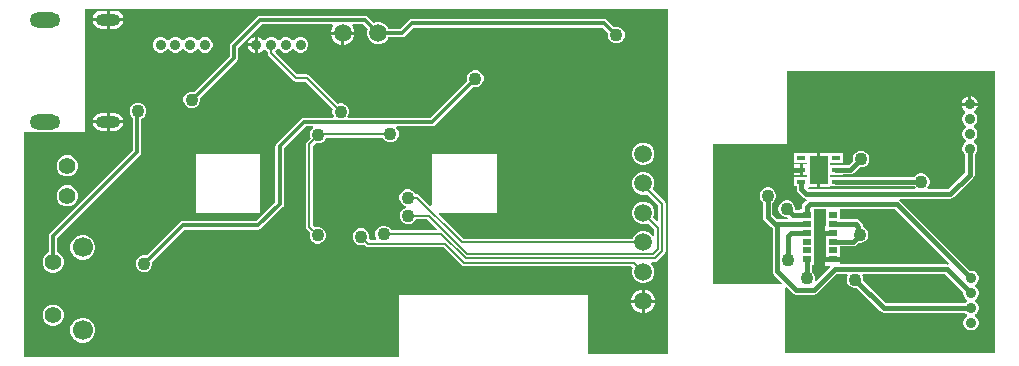
<source format=gbl>
G04*
G04 #@! TF.GenerationSoftware,Altium Limited,Altium Designer,23.8.1 (32)*
G04*
G04 Layer_Physical_Order=2*
G04 Layer_Color=16711680*
%FSLAX44Y44*%
%MOMM*%
G71*
G04*
G04 #@! TF.SameCoordinates,7BD4B443-AC8F-467E-A65E-793A9AF9F4B1*
G04*
G04*
G04 #@! TF.FilePolarity,Positive*
G04*
G01*
G75*
%ADD15C,0.4000*%
%ADD16C,0.3810*%
%ADD17C,0.2000*%
%ADD35C,0.3000*%
%ADD49C,0.9000*%
%ADD50C,1.1000*%
%ADD51C,1.5000*%
%ADD52C,1.4000*%
%ADD53C,1.7000*%
%ADD54O,2.6000X1.3000*%
%ADD55O,2.1000X1.0000*%
%ADD56C,0.7000*%
%ADD57R,0.8000X0.6000*%
%ADD58R,0.8000X0.4000*%
%ADD59R,1.5000X2.4000*%
G36*
X769392Y625858D02*
X591500D01*
Y681460D01*
X592673Y681946D01*
X598090Y676530D01*
X599381Y675667D01*
X600905Y675363D01*
X616095D01*
X617619Y675667D01*
X618910Y676530D01*
X635554Y693173D01*
X644293D01*
X645026Y691903D01*
X644477Y690952D01*
X644000Y689172D01*
Y687328D01*
X644477Y685548D01*
X645399Y683952D01*
X646702Y682648D01*
X648298Y681727D01*
X650078Y681250D01*
X651922D01*
X652167Y681316D01*
X672116Y661366D01*
X672116Y661366D01*
X673439Y660482D01*
X675000Y660172D01*
X675000Y660172D01*
X743886D01*
X745009Y659049D01*
X745555Y658733D01*
Y657267D01*
X745009Y656951D01*
X743799Y655741D01*
X742943Y654259D01*
X742500Y652606D01*
Y650894D01*
X742943Y649241D01*
X743799Y647759D01*
X745009Y646549D01*
X746491Y645693D01*
X748144Y645250D01*
X749856D01*
X751509Y645693D01*
X752991Y646549D01*
X754201Y647759D01*
X755057Y649241D01*
X755500Y650894D01*
Y652606D01*
X755057Y654259D01*
X754201Y655741D01*
X752991Y656951D01*
X752445Y657267D01*
Y658733D01*
X752991Y659049D01*
X754201Y660259D01*
X755057Y661741D01*
X755500Y663394D01*
Y665106D01*
X755057Y666759D01*
X754201Y668241D01*
X752991Y669451D01*
X752445Y669767D01*
Y671233D01*
X752991Y671549D01*
X754201Y672759D01*
X755057Y674241D01*
X755500Y675894D01*
Y677606D01*
X755057Y679259D01*
X754201Y680741D01*
X752991Y681951D01*
X752445Y682267D01*
Y683733D01*
X752991Y684049D01*
X754201Y685259D01*
X755057Y686741D01*
X755500Y688394D01*
Y690106D01*
X755057Y691759D01*
X754201Y693241D01*
X752991Y694451D01*
X751509Y695307D01*
X749856Y695750D01*
X748268D01*
X688884Y755134D01*
X688248Y755558D01*
X688634Y756828D01*
X731657D01*
X731657Y756828D01*
X733218Y757139D01*
X734541Y758023D01*
X750884Y774366D01*
X750884Y774366D01*
X751768Y775689D01*
X752078Y777250D01*
Y794136D01*
X753201Y795259D01*
X754057Y796741D01*
X754500Y798394D01*
Y800106D01*
X754057Y801759D01*
X753201Y803241D01*
X751991Y804451D01*
X751445Y804767D01*
Y806233D01*
X751991Y806549D01*
X753201Y807759D01*
X754057Y809241D01*
X754500Y810894D01*
Y812606D01*
X754057Y814259D01*
X753201Y815741D01*
X751991Y816951D01*
X751445Y817267D01*
Y818733D01*
X751991Y819049D01*
X753201Y820259D01*
X754057Y821741D01*
X754500Y823394D01*
Y825106D01*
X754057Y826759D01*
X753201Y828241D01*
X751991Y829451D01*
X751945Y829478D01*
Y830945D01*
X752298Y831149D01*
X753601Y832452D01*
X754523Y834048D01*
X754912Y835500D01*
X748000D01*
X741088D01*
X741477Y834048D01*
X742399Y832452D01*
X743702Y831149D01*
X744055Y830945D01*
Y829478D01*
X744009Y829451D01*
X742799Y828241D01*
X741943Y826759D01*
X741500Y825106D01*
Y823394D01*
X741943Y821741D01*
X742799Y820259D01*
X744009Y819049D01*
X744555Y818733D01*
Y817267D01*
X744009Y816951D01*
X742799Y815741D01*
X741943Y814259D01*
X741500Y812606D01*
Y810894D01*
X741943Y809241D01*
X742799Y807759D01*
X744009Y806549D01*
X744555Y806233D01*
Y804767D01*
X744009Y804451D01*
X742799Y803241D01*
X741943Y801759D01*
X741500Y800106D01*
Y798394D01*
X741943Y796741D01*
X742799Y795259D01*
X743922Y794136D01*
Y778939D01*
X729967Y764985D01*
X712431D01*
X711905Y766255D01*
X712601Y766952D01*
X713523Y768548D01*
X714000Y770328D01*
Y772171D01*
X713523Y773952D01*
X712601Y775548D01*
X711298Y776851D01*
X709702Y777773D01*
X707922Y778250D01*
X706078D01*
X704298Y777773D01*
X702702Y776851D01*
X701399Y775548D01*
X701272Y775328D01*
X634500D01*
X634106Y775250D01*
X630000D01*
Y777250D01*
X640500D01*
Y777268D01*
X647000D01*
X648524Y777571D01*
X649815Y778435D01*
X654725Y783345D01*
X655078Y783250D01*
X656921D01*
X658702Y783727D01*
X660298Y784649D01*
X661601Y785952D01*
X662523Y787548D01*
X663000Y789328D01*
Y791171D01*
X662523Y792952D01*
X661601Y794548D01*
X660298Y795851D01*
X658702Y796773D01*
X656921Y797250D01*
X655078D01*
X653298Y796773D01*
X651702Y795851D01*
X650399Y794548D01*
X649477Y792952D01*
X649000Y791171D01*
Y789328D01*
X649095Y788975D01*
X645351Y785231D01*
X640500D01*
Y785250D01*
X630000D01*
Y787250D01*
X640500D01*
Y795250D01*
X630000D01*
Y795750D01*
X621250D01*
Y781250D01*
Y766750D01*
X630000D01*
Y767250D01*
X634106D01*
X634500Y767172D01*
X701272D01*
X701399Y766952D01*
X702095Y766255D01*
X701569Y764985D01*
X611702D01*
X611334Y765480D01*
X611973Y766750D01*
X618750D01*
Y781250D01*
Y795750D01*
X610000D01*
Y795250D01*
X599500D01*
Y787250D01*
X610000D01*
Y785750D01*
X606750D01*
Y781250D01*
Y776750D01*
X610000D01*
Y775250D01*
X605894D01*
X605500Y775328D01*
X605106Y775250D01*
X599500D01*
Y767250D01*
X601422D01*
Y764750D01*
X601422Y764750D01*
X601732Y763189D01*
X602616Y761866D01*
X606459Y758023D01*
X607782Y757139D01*
X609343Y756828D01*
X609343Y756828D01*
X609710D01*
X610095Y755558D01*
X609459Y755134D01*
X609459Y755134D01*
X607116Y752791D01*
X606232Y751468D01*
X605922Y749907D01*
X605922Y749907D01*
Y748000D01*
X604000D01*
Y747078D01*
X601216D01*
X600000Y747328D01*
Y749172D01*
X599523Y750952D01*
X598601Y752548D01*
X597298Y753851D01*
X595702Y754773D01*
X593922Y755250D01*
X592078D01*
X590298Y754773D01*
X588702Y753851D01*
X587399Y752548D01*
X586477Y750952D01*
X586000Y749172D01*
Y747328D01*
X586477Y745548D01*
X587399Y743952D01*
X588702Y742649D01*
X590298Y741727D01*
X592078Y741250D01*
X593570D01*
X594028Y740751D01*
X593807Y739979D01*
X593372Y739482D01*
X584399D01*
X580981Y742899D01*
Y753466D01*
X581298Y753649D01*
X582601Y754952D01*
X583523Y756548D01*
X584000Y758328D01*
Y760172D01*
X583523Y761952D01*
X582601Y763548D01*
X581298Y764851D01*
X579702Y765773D01*
X577922Y766250D01*
X576078D01*
X574298Y765773D01*
X572702Y764851D01*
X571399Y763548D01*
X570477Y761952D01*
X570000Y760172D01*
Y758328D01*
X570477Y756548D01*
X571399Y754952D01*
X572702Y753649D01*
X573018Y753466D01*
Y741250D01*
X573322Y739726D01*
X574185Y738435D01*
X579935Y732685D01*
X581018Y731960D01*
Y695250D01*
X581322Y693726D01*
X582185Y692435D01*
X589196Y685423D01*
X588710Y684250D01*
X530608D01*
Y803250D01*
X593500D01*
Y864642D01*
X769392D01*
Y625858D01*
D02*
G37*
G36*
X730375Y702107D02*
X729895Y700976D01*
X729787Y700899D01*
X728595Y701136D01*
X638500D01*
Y704250D01*
X625500D01*
Y700000D01*
X629323D01*
X629849Y698730D01*
X617900Y686781D01*
X616762Y687438D01*
X617000Y688328D01*
Y690172D01*
X616523Y691952D01*
X615601Y693548D01*
X614298Y694851D01*
X614078Y694978D01*
Y700500D01*
X616000D01*
Y708000D01*
Y715500D01*
Y723000D01*
Y730500D01*
Y738000D01*
Y748000D01*
X617199Y748172D01*
X624801D01*
X626000Y748000D01*
Y738000D01*
Y733500D01*
X625500D01*
Y729250D01*
X632000D01*
Y726750D01*
X625500D01*
Y722500D01*
X626000D01*
Y711000D01*
X625500D01*
Y706750D01*
X638500D01*
Y711000D01*
X638000D01*
Y716422D01*
X649157D01*
X649157Y716422D01*
X650717Y716732D01*
X652041Y717616D01*
X653760Y719335D01*
X654078Y719250D01*
X655921D01*
X657702Y719727D01*
X659298Y720648D01*
X660601Y721952D01*
X661523Y723548D01*
X662000Y725328D01*
Y727171D01*
X661523Y728952D01*
X660601Y730548D01*
X659298Y731851D01*
X657739Y732751D01*
Y733139D01*
X657739Y733140D01*
X657429Y734700D01*
X656544Y736023D01*
X656544Y736023D01*
X654184Y738384D01*
X652861Y739268D01*
X651300Y739578D01*
X651300Y739578D01*
X638000D01*
Y748000D01*
X639199Y748172D01*
X684311D01*
X730375Y702107D01*
D02*
G37*
G36*
X742503Y677616D02*
X742500Y677606D01*
Y675894D01*
X742943Y674241D01*
X743799Y672759D01*
X745009Y671549D01*
X745555Y671233D01*
Y669767D01*
X745009Y669451D01*
X743886Y668328D01*
X676689D01*
X657934Y687083D01*
X658000Y687328D01*
Y689172D01*
X657523Y690952D01*
X656973Y691903D01*
X657707Y693173D01*
X726946D01*
X742503Y677616D01*
D02*
G37*
G36*
X492500Y625000D02*
X425000D01*
Y675000D01*
X265000D01*
Y622500D01*
X-52500D01*
X-52500Y813000D01*
X-1000D01*
Y917500D01*
X492500D01*
Y625000D01*
D02*
G37*
%LPC*%
G36*
X749250Y843662D02*
Y838000D01*
X754912D01*
X754523Y839452D01*
X753601Y841048D01*
X752298Y842351D01*
X750702Y843273D01*
X749250Y843662D01*
D02*
G37*
G36*
X746750D02*
X745298Y843273D01*
X743702Y842351D01*
X742399Y841048D01*
X741477Y839452D01*
X741088Y838000D01*
X746750D01*
Y843662D01*
D02*
G37*
G36*
X604250Y785750D02*
X599000D01*
Y782500D01*
X604250D01*
Y785750D01*
D02*
G37*
G36*
Y780000D02*
X599000D01*
Y776750D01*
X604250D01*
Y780000D01*
D02*
G37*
G36*
X24100Y915847D02*
X19850D01*
Y909450D01*
X31498D01*
X31165Y911126D01*
X29507Y913607D01*
X27026Y915265D01*
X24100Y915847D01*
D02*
G37*
G36*
X17350D02*
X13100D01*
X10174Y915265D01*
X7693Y913607D01*
X6035Y911126D01*
X5702Y909450D01*
X17350D01*
Y915847D01*
D02*
G37*
G36*
X31498Y906950D02*
X19850D01*
Y900553D01*
X24100D01*
X27026Y901135D01*
X29507Y902793D01*
X31165Y905274D01*
X31498Y906950D01*
D02*
G37*
G36*
X17350D02*
X5702D01*
X6035Y905274D01*
X7693Y902793D01*
X10174Y901135D01*
X13100Y900553D01*
X17350D01*
Y906950D01*
D02*
G37*
G36*
X101793Y893500D02*
X99207D01*
X96818Y892510D01*
X95092Y890784D01*
X94250Y890730D01*
X93408Y890784D01*
X91682Y892510D01*
X89293Y893500D01*
X86707D01*
X84318Y892510D01*
X82592Y890784D01*
X81750Y890730D01*
X80908Y890784D01*
X79182Y892510D01*
X76793Y893500D01*
X74207D01*
X71818Y892510D01*
X70092Y890784D01*
X69250Y890730D01*
X68408Y890784D01*
X66682Y892510D01*
X64293Y893500D01*
X61707D01*
X59318Y892510D01*
X57490Y890682D01*
X56500Y888293D01*
Y885707D01*
X57490Y883318D01*
X59318Y881490D01*
X61707Y880500D01*
X64293D01*
X66682Y881490D01*
X68408Y883216D01*
X69250Y883270D01*
X70092Y883216D01*
X71818Y881490D01*
X74207Y880500D01*
X76793D01*
X79182Y881490D01*
X80908Y883216D01*
X81750Y883270D01*
X82592Y883216D01*
X84318Y881490D01*
X86707Y880500D01*
X89293D01*
X91682Y881490D01*
X93408Y883216D01*
X94250Y883270D01*
X95092Y883216D01*
X96818Y881490D01*
X99207Y880500D01*
X101793D01*
X104182Y881490D01*
X106010Y883318D01*
X107000Y885707D01*
Y888293D01*
X106010Y890682D01*
X104182Y892510D01*
X101793Y893500D01*
D02*
G37*
G36*
X236000Y911569D02*
X147000D01*
X145634Y911297D01*
X144477Y910523D01*
X122477Y888523D01*
X121703Y887366D01*
X121431Y886000D01*
Y877728D01*
X91039Y847336D01*
X90642Y847500D01*
X87858D01*
X85285Y846434D01*
X83316Y844465D01*
X82250Y841892D01*
Y839108D01*
X83316Y836535D01*
X85285Y834566D01*
X87858Y833500D01*
X90642D01*
X93215Y834566D01*
X95184Y836535D01*
X96250Y839108D01*
Y841892D01*
X96086Y842289D01*
X127523Y873727D01*
X128297Y874884D01*
X128569Y876250D01*
Y884522D01*
X148478Y904431D01*
X208330D01*
X208904Y903046D01*
X208522Y902664D01*
X207000Y898989D01*
Y898250D01*
X217000D01*
X227000D01*
Y898989D01*
X225478Y902664D01*
X225096Y903046D01*
X225671Y904431D01*
X234522D01*
X238251Y900702D01*
X237500Y898890D01*
Y895110D01*
X238946Y891619D01*
X241619Y888946D01*
X245110Y887500D01*
X248890D01*
X252381Y888946D01*
X255054Y891619D01*
X255805Y893431D01*
X267250D01*
X268616Y893703D01*
X269773Y894477D01*
X276978Y901682D01*
X437272D01*
X441914Y897039D01*
X441750Y896642D01*
Y893858D01*
X442816Y891285D01*
X444785Y889316D01*
X447358Y888250D01*
X450142D01*
X452715Y889316D01*
X454684Y891285D01*
X455750Y893858D01*
Y896642D01*
X454684Y899215D01*
X452715Y901184D01*
X450142Y902250D01*
X447358D01*
X446961Y902086D01*
X441273Y907773D01*
X440116Y908547D01*
X438750Y908819D01*
X275500D01*
X274134Y908547D01*
X272977Y907773D01*
X265772Y900569D01*
X255805D01*
X255054Y902381D01*
X252381Y905054D01*
X248890Y906500D01*
X245110D01*
X243298Y905749D01*
X238523Y910523D01*
X237366Y911297D01*
X236000Y911569D01*
D02*
G37*
G36*
X142750Y894000D02*
X142608D01*
X140035Y892934D01*
X138066Y890965D01*
X137000Y888392D01*
Y888250D01*
X142750D01*
Y894000D01*
D02*
G37*
G36*
X227000Y895750D02*
X218250D01*
Y887000D01*
X218989D01*
X222665Y888522D01*
X225478Y891336D01*
X227000Y895011D01*
Y895750D01*
D02*
G37*
G36*
X215750D02*
X207000D01*
Y895011D01*
X208522Y891336D01*
X211335Y888522D01*
X215011Y887000D01*
X215750D01*
Y895750D01*
D02*
G37*
G36*
X145392Y894000D02*
X145250D01*
Y887000D01*
Y880000D01*
X145392D01*
X147965Y881066D01*
X149624Y882724D01*
X150245Y882994D01*
X151474Y882833D01*
X152818Y881490D01*
X153441Y881232D01*
Y879750D01*
X153441Y879750D01*
X153674Y878579D01*
X154337Y877587D01*
X175087Y856837D01*
X175087Y856837D01*
X176079Y856174D01*
X177250Y855941D01*
X177250Y855941D01*
X185483D01*
X208625Y832799D01*
X208250Y831892D01*
Y829108D01*
X209316Y826535D01*
X209396Y826454D01*
X208822Y825069D01*
X184250D01*
X182884Y824797D01*
X181727Y824023D01*
X161227Y803523D01*
X160453Y802366D01*
X160181Y801000D01*
Y753728D01*
X144272Y737819D01*
X81500D01*
X80134Y737547D01*
X78977Y736773D01*
X50789Y708586D01*
X50392Y708750D01*
X47608D01*
X45035Y707684D01*
X43066Y705715D01*
X42000Y703142D01*
Y700358D01*
X43066Y697785D01*
X45035Y695816D01*
X47608Y694750D01*
X50392D01*
X52965Y695816D01*
X54934Y697785D01*
X56000Y700358D01*
Y703142D01*
X55836Y703539D01*
X82978Y730681D01*
X145750D01*
X147116Y730953D01*
X148273Y731727D01*
X166273Y749727D01*
X167047Y750884D01*
X167319Y752250D01*
Y799522D01*
X185728Y817931D01*
X191822D01*
X191998Y817625D01*
X192282Y816431D01*
X190566Y814715D01*
X189500Y812142D01*
Y809358D01*
X189875Y808451D01*
X186587Y805163D01*
X185924Y804171D01*
X185691Y803000D01*
X185691Y803000D01*
Y733000D01*
X185691Y733000D01*
X185924Y731830D01*
X186587Y730837D01*
X189375Y728049D01*
X189000Y727142D01*
Y724358D01*
X190066Y721785D01*
X192035Y719816D01*
X194608Y718750D01*
X197392D01*
X199965Y719816D01*
X201934Y721785D01*
X203000Y724358D01*
Y727142D01*
X201934Y729715D01*
X199965Y731684D01*
X197392Y732750D01*
X194608D01*
X193701Y732375D01*
X191809Y734267D01*
Y801733D01*
X194201Y804126D01*
X195108Y803750D01*
X197892D01*
X200465Y804816D01*
X202434Y806785D01*
X202965Y808066D01*
X251346D01*
X251566Y807535D01*
X253535Y805566D01*
X256108Y804500D01*
X258892D01*
X261465Y805566D01*
X263434Y807535D01*
X264500Y810108D01*
Y812892D01*
X263434Y815465D01*
X262468Y816431D01*
X263089Y817931D01*
X292745D01*
X294110Y818203D01*
X295268Y818977D01*
X327884Y851593D01*
X328108Y851500D01*
X330892D01*
X333465Y852566D01*
X335434Y854535D01*
X336500Y857108D01*
Y859892D01*
X335434Y862465D01*
X333465Y864434D01*
X330892Y865500D01*
X328108D01*
X325535Y864434D01*
X323566Y862465D01*
X322500Y859892D01*
Y857108D01*
X322736Y856538D01*
X291266Y825069D01*
X221678D01*
X221104Y826454D01*
X221184Y826535D01*
X222250Y829108D01*
Y831892D01*
X221184Y834465D01*
X219215Y836434D01*
X216642Y837500D01*
X213858D01*
X212951Y837125D01*
X188913Y861163D01*
X187920Y861826D01*
X186750Y862059D01*
X186750Y862059D01*
X178517D01*
X160555Y880021D01*
X160182Y881490D01*
X161908Y883216D01*
X162750Y883270D01*
X163592Y883216D01*
X165318Y881490D01*
X167707Y880500D01*
X170293D01*
X172682Y881490D01*
X174408Y883216D01*
X175250Y883270D01*
X176092Y883216D01*
X177818Y881490D01*
X180207Y880500D01*
X182793D01*
X185182Y881490D01*
X187010Y883318D01*
X188000Y885707D01*
Y888293D01*
X187010Y890682D01*
X185182Y892510D01*
X182793Y893500D01*
X180207D01*
X177818Y892510D01*
X176092Y890784D01*
X175250Y890730D01*
X174408Y890784D01*
X172682Y892510D01*
X170293Y893500D01*
X167707D01*
X165318Y892510D01*
X163592Y890784D01*
X162750Y890730D01*
X161908Y890784D01*
X160182Y892510D01*
X157793Y893500D01*
X155207D01*
X152818Y892510D01*
X151474Y891167D01*
X150245Y891006D01*
X149624Y891276D01*
X147965Y892934D01*
X145392Y894000D01*
D02*
G37*
G36*
X142750Y885750D02*
X137000D01*
Y885608D01*
X138066Y883035D01*
X140035Y881066D01*
X142608Y880000D01*
X142750D01*
Y885750D01*
D02*
G37*
G36*
X24100Y829447D02*
X19850D01*
Y823050D01*
X31498D01*
X31165Y824726D01*
X29507Y827207D01*
X27026Y828865D01*
X24100Y829447D01*
D02*
G37*
G36*
X17350D02*
X13100D01*
X10174Y828865D01*
X7693Y827207D01*
X6035Y824726D01*
X5702Y823050D01*
X17350D01*
Y829447D01*
D02*
G37*
G36*
X31498Y820550D02*
X19850D01*
Y814153D01*
X24100D01*
X27026Y814735D01*
X29507Y816393D01*
X31165Y818874D01*
X31498Y820550D01*
D02*
G37*
G36*
X17350D02*
X5702D01*
X6035Y818874D01*
X7693Y816393D01*
X10174Y814735D01*
X13100Y814153D01*
X17350D01*
Y820550D01*
D02*
G37*
G36*
X473390Y804250D02*
X469610D01*
X466119Y802804D01*
X463446Y800131D01*
X462000Y796640D01*
Y792860D01*
X463446Y789369D01*
X466119Y786696D01*
X469610Y785250D01*
X473390D01*
X476881Y786696D01*
X479554Y789369D01*
X481000Y792860D01*
Y796640D01*
X479554Y800131D01*
X476881Y802804D01*
X473390Y804250D01*
D02*
G37*
G36*
X-14210Y793750D02*
X-17790D01*
X-21098Y792380D01*
X-23630Y789848D01*
X-25000Y786540D01*
Y782960D01*
X-23630Y779652D01*
X-21098Y777120D01*
X-17790Y775750D01*
X-14210D01*
X-10902Y777120D01*
X-8370Y779652D01*
X-7000Y782960D01*
Y786540D01*
X-8370Y789848D01*
X-10902Y792380D01*
X-14210Y793750D01*
D02*
G37*
G36*
X347500Y795000D02*
X292500D01*
Y751286D01*
X291114Y750712D01*
X281913Y759913D01*
X280921Y760576D01*
X279750Y760809D01*
X279750Y760809D01*
X278310D01*
X277934Y761715D01*
X275965Y763684D01*
X273392Y764750D01*
X270608D01*
X268035Y763684D01*
X266066Y761715D01*
X265000Y759142D01*
Y756358D01*
X266066Y753785D01*
X268035Y751816D01*
X270532Y750781D01*
X270633Y750494D01*
X270754Y749250D01*
X268785Y748434D01*
X266816Y746465D01*
X265750Y743892D01*
Y741108D01*
X266816Y738535D01*
X268785Y736566D01*
X271358Y735500D01*
X274142D01*
X276715Y736566D01*
X278684Y738535D01*
X279060Y739441D01*
X288733D01*
X296730Y731445D01*
X296156Y730059D01*
X258060D01*
X257684Y730965D01*
X255715Y732934D01*
X253142Y734000D01*
X250358D01*
X247785Y732934D01*
X245816Y730965D01*
X244750Y728392D01*
Y725608D01*
X245692Y723334D01*
X245057Y721834D01*
X240438D01*
X239423Y723173D01*
X239500Y723358D01*
Y726142D01*
X238434Y728715D01*
X236465Y730684D01*
X233892Y731750D01*
X231108D01*
X228535Y730684D01*
X226566Y728715D01*
X225500Y726142D01*
Y723358D01*
X226566Y720785D01*
X228535Y718816D01*
X231108Y717750D01*
X233892D01*
X234849Y718146D01*
X236383Y716612D01*
X237375Y715949D01*
X238546Y715716D01*
X238546Y715716D01*
X302508D01*
X317887Y700337D01*
X318880Y699674D01*
X320050Y699441D01*
X320050Y699441D01*
X461537D01*
X462551Y697969D01*
X462000Y696640D01*
Y692860D01*
X463446Y689369D01*
X466119Y686696D01*
X469610Y685250D01*
X473390D01*
X476881Y686696D01*
X479554Y689369D01*
X481000Y692860D01*
Y696640D01*
X479554Y700131D01*
X477994Y701691D01*
X478615Y703191D01*
X481200D01*
X481200Y703191D01*
X482370Y703424D01*
X483363Y704087D01*
X489663Y710387D01*
X489663Y710387D01*
X490326Y711380D01*
X490559Y712550D01*
X490559Y712550D01*
Y752500D01*
X490326Y753671D01*
X489663Y754663D01*
X489663Y754663D01*
X479672Y764654D01*
X481000Y767860D01*
Y771640D01*
X479554Y775131D01*
X476881Y777804D01*
X473390Y779250D01*
X469610D01*
X466119Y777804D01*
X463446Y775131D01*
X462000Y771640D01*
Y767860D01*
X463446Y764369D01*
X466119Y761696D01*
X469610Y760250D01*
X473390D01*
X474828Y760846D01*
X484441Y751233D01*
Y738094D01*
X483055Y737520D01*
X480038Y740538D01*
X481000Y742860D01*
Y746640D01*
X479554Y750131D01*
X476881Y752804D01*
X473390Y754250D01*
X469610D01*
X466119Y752804D01*
X463446Y750131D01*
X462000Y746640D01*
Y742860D01*
X463446Y739369D01*
X466119Y736696D01*
X469610Y735250D01*
X473390D01*
X475712Y736212D01*
X480941Y730983D01*
Y725407D01*
X480892Y725397D01*
X479441Y725244D01*
X476881Y727804D01*
X473390Y729250D01*
X469610D01*
X466119Y727804D01*
X463446Y725131D01*
X462484Y722809D01*
X319017D01*
X298212Y743614D01*
X298786Y745000D01*
X347500D01*
Y795000D01*
D02*
G37*
G36*
X-14210Y768250D02*
X-17790D01*
X-21098Y766880D01*
X-23630Y764348D01*
X-25000Y761040D01*
Y757460D01*
X-23630Y754152D01*
X-21098Y751620D01*
X-17790Y750250D01*
X-14210D01*
X-10902Y751620D01*
X-8370Y754152D01*
X-7000Y757460D01*
Y761040D01*
X-8370Y764348D01*
X-10902Y766880D01*
X-14210Y768250D01*
D02*
G37*
G36*
X147500Y795000D02*
X92500D01*
Y745000D01*
X147500D01*
Y795000D01*
D02*
G37*
G36*
X-1618Y726000D02*
X-4382D01*
X-7053Y725284D01*
X-9447Y723902D01*
X-11402Y721947D01*
X-12784Y719553D01*
X-13500Y716882D01*
Y714118D01*
X-12784Y711447D01*
X-11402Y709053D01*
X-9447Y707098D01*
X-7053Y705716D01*
X-4382Y705000D01*
X-1618D01*
X1053Y705716D01*
X3447Y707098D01*
X5402Y709053D01*
X6784Y711447D01*
X7500Y714118D01*
Y716882D01*
X6784Y719553D01*
X5402Y721947D01*
X3447Y723902D01*
X1053Y725284D01*
X-1618Y726000D01*
D02*
G37*
G36*
X45142Y838000D02*
X42358D01*
X39785Y836934D01*
X37816Y834965D01*
X36750Y832392D01*
Y829608D01*
X37816Y827035D01*
X39431Y825419D01*
Y797728D01*
X-30523Y727773D01*
X-31297Y726616D01*
X-31569Y725250D01*
Y711263D01*
X-33098Y710630D01*
X-35630Y708098D01*
X-37000Y704790D01*
Y701210D01*
X-35630Y697902D01*
X-33098Y695370D01*
X-29790Y694000D01*
X-26210D01*
X-22902Y695370D01*
X-20370Y697902D01*
X-19000Y701210D01*
Y704790D01*
X-20370Y708098D01*
X-22902Y710630D01*
X-24431Y711263D01*
Y723772D01*
X45523Y793727D01*
X46297Y794884D01*
X46569Y796250D01*
Y824591D01*
X47715Y825066D01*
X49684Y827035D01*
X50750Y829608D01*
Y832392D01*
X49684Y834965D01*
X47715Y836934D01*
X45142Y838000D01*
D02*
G37*
G36*
X473489Y679750D02*
X472750D01*
Y671000D01*
X481500D01*
Y671739D01*
X479978Y675415D01*
X477164Y678228D01*
X473489Y679750D01*
D02*
G37*
G36*
X470250D02*
X469511D01*
X465835Y678228D01*
X463022Y675415D01*
X461500Y671739D01*
Y671000D01*
X470250D01*
Y679750D01*
D02*
G37*
G36*
X481500Y668500D02*
X472750D01*
Y659750D01*
X473489D01*
X477164Y661272D01*
X479978Y664085D01*
X481500Y667761D01*
Y668500D01*
D02*
G37*
G36*
X470250D02*
X461500D01*
Y667761D01*
X463022Y664085D01*
X465835Y661272D01*
X469511Y659750D01*
X470250D01*
Y668500D01*
D02*
G37*
G36*
X-26210Y667000D02*
X-29790D01*
X-33098Y665630D01*
X-35630Y663098D01*
X-37000Y659790D01*
Y656210D01*
X-35630Y652902D01*
X-33098Y650370D01*
X-29790Y649000D01*
X-26210D01*
X-22902Y650370D01*
X-20370Y652902D01*
X-19000Y656210D01*
Y659790D01*
X-20370Y663098D01*
X-22902Y665630D01*
X-26210Y667000D01*
D02*
G37*
G36*
X-1618Y656000D02*
X-4382D01*
X-7053Y655284D01*
X-9447Y653902D01*
X-11402Y651947D01*
X-12784Y649553D01*
X-13500Y646882D01*
Y644118D01*
X-12784Y641447D01*
X-11402Y639053D01*
X-9447Y637098D01*
X-7053Y635716D01*
X-4382Y635000D01*
X-1618D01*
X1053Y635716D01*
X3447Y637098D01*
X5402Y639053D01*
X6784Y641447D01*
X7500Y644118D01*
Y646882D01*
X6784Y649553D01*
X5402Y651947D01*
X3447Y653902D01*
X1053Y655284D01*
X-1618Y656000D01*
D02*
G37*
%LPD*%
D15*
X645250Y705500D02*
X646000Y706250D01*
X625343Y705500D02*
X645250D01*
X594000Y705250D02*
Y725250D01*
X610000Y689250D02*
Y705500D01*
X623465Y725657D02*
X625808Y728000D01*
X623465Y707379D02*
Y725657D01*
X625808Y728000D02*
X632000D01*
X623465Y707379D02*
X625343Y705500D01*
X632000Y728000D02*
X632313Y728313D01*
X654907Y726250D02*
X655000D01*
X632000Y720500D02*
X649157D01*
X654907Y726250D01*
X653661Y727589D02*
Y733140D01*
X632000Y735500D02*
X651300D01*
X653661Y733140D01*
Y727589D02*
X655000Y726250D01*
X588000Y788250D02*
X595000Y781250D01*
X605500D01*
X634500Y771250D02*
X707000D01*
X609343Y760907D02*
X731657D01*
X610000Y749907D02*
X612343Y752250D01*
X610000Y743000D02*
Y749907D01*
X686000Y752250D02*
X749000Y689250D01*
X612343Y752250D02*
X686000D01*
X651000Y688250D02*
X675000Y664250D01*
X749000D01*
X731657Y760907D02*
X748000Y777250D01*
Y799250D01*
X605500Y764750D02*
X609343Y760907D01*
X605500Y764750D02*
Y771250D01*
X598250Y743000D02*
X610000D01*
X596750Y728000D02*
X610000D01*
X594000Y725250D02*
X596750Y728000D01*
X593000Y748250D02*
X598250Y743000D01*
D16*
X585000Y695250D02*
X600905Y679345D01*
X616095D01*
X585000Y695250D02*
Y735500D01*
X610000D01*
X582750D02*
X585000D01*
X616095Y679345D02*
X633905Y697155D01*
X728595D01*
X749000Y676750D01*
X647000Y781250D02*
X656000Y790250D01*
X634500Y781250D02*
X647000D01*
X577000Y741250D02*
Y759250D01*
Y741250D02*
X582750Y735500D01*
D17*
X279750Y757750D02*
X317750Y719750D01*
X471500D01*
X322750Y709750D02*
X479750D01*
X481200Y706250D02*
X487500Y712550D01*
X479750Y709750D02*
X484000Y714000D01*
X290000Y742500D02*
X322750Y709750D01*
X321250Y706250D02*
X477092D01*
X481200D01*
X300500Y727000D02*
X321250Y706250D01*
X471500Y768500D02*
X487500Y752500D01*
X471500Y744750D02*
X484000Y732250D01*
X487500Y712550D02*
Y752500D01*
X484000Y714000D02*
Y732250D01*
X320050Y702500D02*
X463750D01*
X303775Y718775D02*
X320050Y702500D01*
X463750D02*
X471500Y694750D01*
X238546Y718775D02*
X303775D01*
X232571Y724750D02*
X238546Y718775D01*
X232500Y724750D02*
X232571D01*
X471500Y768500D02*
Y769750D01*
X251750Y727000D02*
X300500D01*
X272750Y742500D02*
X290000D01*
X272000Y757750D02*
X279750D01*
X196500Y810750D02*
X196875Y811125D01*
X257125D02*
X257500Y811500D01*
X196875Y811125D02*
X257125D01*
X188750Y803000D02*
X196500Y810750D01*
X188750Y733000D02*
Y803000D01*
Y733000D02*
X196000Y725750D01*
X186750Y859000D02*
X215250Y830500D01*
X177250Y859000D02*
X186750D01*
X156500Y879750D02*
X177250Y859000D01*
X156500Y879750D02*
Y887000D01*
D35*
X329500Y858255D02*
Y858500D01*
X292745Y821500D02*
X329500Y858255D01*
X163750Y801000D02*
X184250Y821500D01*
X292745D01*
X163750Y752250D02*
Y801000D01*
X145750Y734250D02*
X163750Y752250D01*
X81500Y734250D02*
X145750D01*
X49000Y701750D02*
X81500Y734250D01*
X438750Y905250D02*
X448750Y895250D01*
X267250Y897000D02*
X275500Y905250D01*
X438750D01*
X247000Y897000D02*
X267250D01*
X-28000Y725250D02*
X43000Y796250D01*
X-28000Y703000D02*
Y725250D01*
X43000Y796250D02*
Y830250D01*
X43750Y831000D01*
X125000Y876250D02*
Y886000D01*
X89250Y840500D02*
X125000Y876250D01*
Y886000D02*
X147000Y908000D01*
X236000D02*
X247000Y897000D01*
X147000Y908000D02*
X236000D01*
D49*
X749000Y689250D02*
D03*
Y664250D02*
D03*
Y676750D02*
D03*
Y651750D02*
D03*
X748000Y836750D02*
D03*
Y811750D02*
D03*
Y824250D02*
D03*
Y799250D02*
D03*
X144000Y887000D02*
D03*
X169000D02*
D03*
X156500D02*
D03*
X181500D02*
D03*
X63000D02*
D03*
X88000D02*
D03*
X75500D02*
D03*
X100500D02*
D03*
D50*
X645000Y855250D02*
D03*
X715000Y745250D02*
D03*
X685000Y730250D02*
D03*
X715000Y675250D02*
D03*
X610000Y640250D02*
D03*
X540000Y765250D02*
D03*
Y735250D02*
D03*
Y705250D02*
D03*
X594000D02*
D03*
X610000Y689250D02*
D03*
X646000Y706250D02*
D03*
X655000Y726250D02*
D03*
X588000Y788250D02*
D03*
X690000Y711250D02*
D03*
X707000Y771250D02*
D03*
X651000Y688250D02*
D03*
X613000Y818250D02*
D03*
X656000Y790250D02*
D03*
X709000Y807250D02*
D03*
X577000Y759250D02*
D03*
X593000Y748250D02*
D03*
X329500Y858500D02*
D03*
X256000Y832000D02*
D03*
X272000Y757750D02*
D03*
X257500Y811500D02*
D03*
X232500Y724750D02*
D03*
X272750Y742500D02*
D03*
X196000Y725750D02*
D03*
X251750Y727000D02*
D03*
X196500Y810750D02*
D03*
X448750Y895250D02*
D03*
X43750Y831000D02*
D03*
X89250Y840500D02*
D03*
X49000Y701750D02*
D03*
X215250Y830500D02*
D03*
X232500Y665250D02*
D03*
X245250Y710000D02*
D03*
X161750Y692500D02*
D03*
X406500Y767500D02*
D03*
X453750Y826750D02*
D03*
X119500Y720000D02*
D03*
X59500Y741000D02*
D03*
X64500Y775250D02*
D03*
D51*
X471500Y794750D02*
D03*
Y769750D02*
D03*
Y744750D02*
D03*
Y719750D02*
D03*
Y694750D02*
D03*
Y669750D02*
D03*
X247000Y897000D02*
D03*
X217000D02*
D03*
D52*
X-28000Y658000D02*
D03*
Y703000D02*
D03*
X-16000Y784750D02*
D03*
Y759250D02*
D03*
D53*
X-3000Y645500D02*
D03*
Y715500D02*
D03*
D54*
X-35000Y821800D02*
D03*
Y908200D02*
D03*
D55*
X18600Y821800D02*
D03*
Y908200D02*
D03*
D56*
X412500Y830000D02*
D03*
X380000D02*
D03*
X395000Y750000D02*
D03*
X160000Y645000D02*
D03*
X165000Y735000D02*
D03*
X5000Y800000D02*
D03*
X295000Y860000D02*
D03*
X25000Y710000D02*
D03*
X40000Y630000D02*
D03*
X55000Y650000D02*
D03*
X100000Y665000D02*
D03*
X125000D02*
D03*
X175000Y670000D02*
D03*
X220000Y695000D02*
D03*
X450000Y635000D02*
D03*
X480000D02*
D03*
Y650000D02*
D03*
X450000D02*
D03*
X420000Y730000D02*
D03*
X485000Y875000D02*
D03*
Y905000D02*
D03*
X120000Y855000D02*
D03*
X40000Y905000D02*
D03*
X45000Y860000D02*
D03*
X65000Y800000D02*
D03*
X155000Y775000D02*
D03*
X115000Y810000D02*
D03*
X90000Y805000D02*
D03*
Y825000D02*
D03*
X285000Y769000D02*
D03*
X224000Y788000D02*
D03*
X212000D02*
D03*
X224000Y776000D02*
D03*
X248000Y788000D02*
D03*
X236000D02*
D03*
X248000Y776000D02*
D03*
X236000D02*
D03*
X248000Y764000D02*
D03*
X236000D02*
D03*
X248000Y752000D02*
D03*
X236000D02*
D03*
X212000Y776000D02*
D03*
X224000Y764000D02*
D03*
X212000D02*
D03*
X224000Y752000D02*
D03*
X212000D02*
D03*
X430000Y630000D02*
D03*
Y642500D02*
D03*
Y655000D02*
D03*
Y667500D02*
D03*
Y680000D02*
D03*
Y692500D02*
D03*
X415000D02*
D03*
X400000D02*
D03*
X385000D02*
D03*
X370000D02*
D03*
X355000D02*
D03*
X337500D02*
D03*
X320000D02*
D03*
X277500D02*
D03*
X260000D02*
D03*
Y680000D02*
D03*
Y667500D02*
D03*
Y655000D02*
D03*
Y630000D02*
D03*
Y642500D02*
D03*
D57*
X610000Y705500D02*
D03*
Y713000D02*
D03*
Y720500D02*
D03*
Y728000D02*
D03*
Y735500D02*
D03*
Y743000D02*
D03*
X632000Y705500D02*
D03*
Y713000D02*
D03*
Y720500D02*
D03*
Y728000D02*
D03*
Y735500D02*
D03*
Y743000D02*
D03*
D58*
X605500Y791250D02*
D03*
Y781250D02*
D03*
Y771250D02*
D03*
X634500Y791250D02*
D03*
Y781250D02*
D03*
Y771250D02*
D03*
D59*
X620000Y781250D02*
D03*
M02*

</source>
